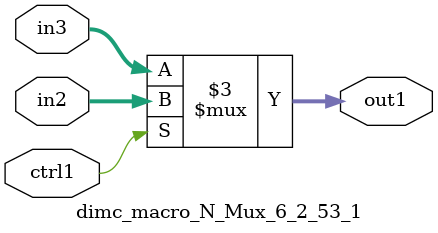
<source format=v>

`timescale 1ps / 1ps


module dimc_macro_N_Mux_6_2_53_1( in3, in2, ctrl1, out1 );

    input [5:0] in3;
    input [5:0] in2;
    input ctrl1;
    output [5:0] out1;
    reg [5:0] out1;

    
    // rtl_process:dimc_macro_N_Mux_6_2_53_1/dimc_macro_N_Mux_6_2_53_1_thread_1
    always @*
      begin : dimc_macro_N_Mux_6_2_53_1_thread_1
        case (ctrl1) 
          1'b1: 
            begin
              out1 = in2;
            end
          default: 
            begin
              out1 = in3;
            end
        endcase
      end

endmodule



</source>
